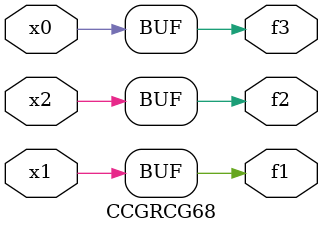
<source format=v>
module CCGRCG68(
	input x0, x1, x2,
	output f1, f2, f3
);
	assign f1 = x1;
	assign f2 = x2;
	assign f3 = x0;
endmodule

</source>
